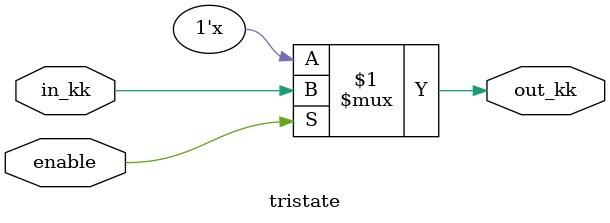
<source format=v>
module tristate(in_kk,enable,out_kk);
input in_kk;
input enable;
output out_kk;
assign out_kk = enable? in_kk:1'bz;

endmodule

</source>
